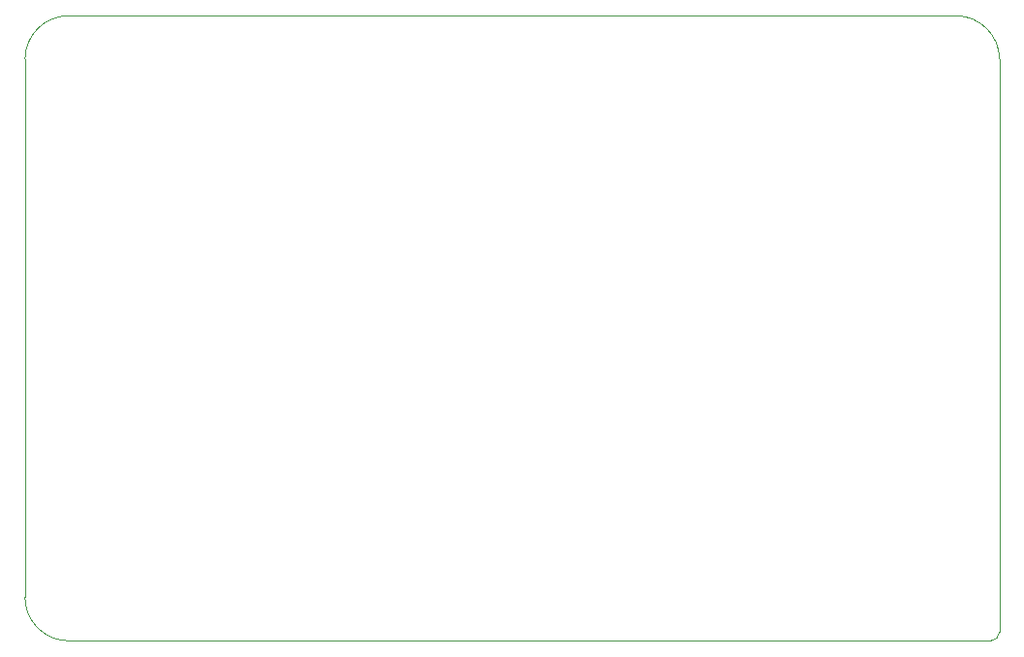
<source format=gbr>
G04 #@! TF.GenerationSoftware,KiCad,Pcbnew,(5.1.2)-1*
G04 #@! TF.CreationDate,2019-08-13T14:32:56+02:00*
G04 #@! TF.ProjectId,tinyRF24,74696e79-5246-4323-942e-6b696361645f,rev?*
G04 #@! TF.SameCoordinates,Original*
G04 #@! TF.FileFunction,Profile,NP*
%FSLAX46Y46*%
G04 Gerber Fmt 4.6, Leading zero omitted, Abs format (unit mm)*
G04 Created by KiCad (PCBNEW (5.1.2)-1) date 2019-08-13 14:32:56*
%MOMM*%
%LPD*%
G04 APERTURE LIST*
%ADD10C,0.100000*%
G04 APERTURE END LIST*
D10*
X168910000Y-103378000D02*
G75*
G02X168148000Y-104140000I-762000J0D01*
G01*
X168148000Y-104140000D02*
X165100000Y-104140000D01*
X168910000Y-100330000D02*
X168910000Y-103378000D01*
X168910000Y-53340000D02*
X168910000Y-55880000D01*
X165100000Y-49530000D02*
G75*
G02X168910000Y-53340000I0J-3810000D01*
G01*
X165100000Y-49530000D02*
X87630000Y-49530000D01*
X168910000Y-100330000D02*
X168910000Y-55880000D01*
X161290000Y-104140000D02*
X165100000Y-104140000D01*
X87630000Y-104140000D02*
X161290000Y-104140000D01*
X87630000Y-104140000D02*
G75*
G02X83820000Y-100330000I0J3810000D01*
G01*
X83820000Y-53340000D02*
X83820000Y-100330000D01*
X83820000Y-53340000D02*
G75*
G02X87630000Y-49530000I3810000J0D01*
G01*
M02*

</source>
